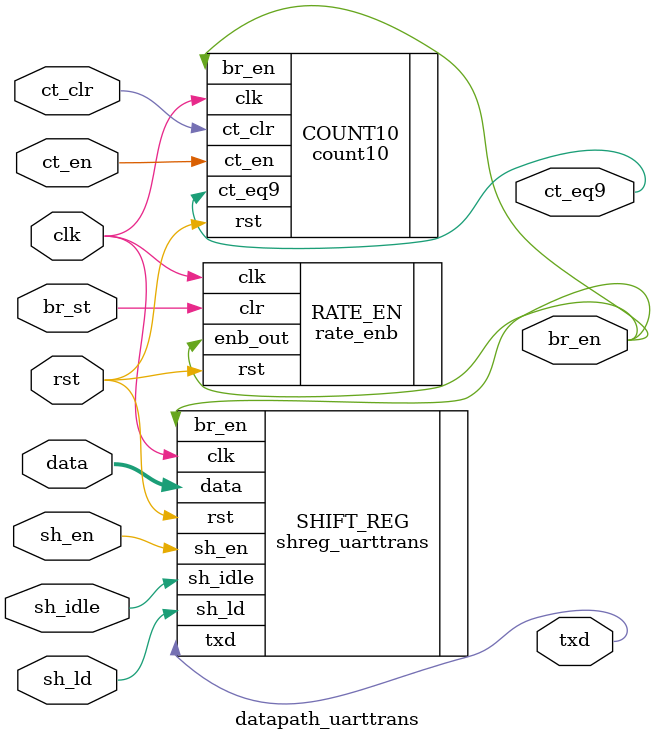
<source format=sv>
`timescale 1ns / 1ps


module datapath_uarttrans(
    input logic sh_ld, sh_idle, sh_en, br_st, ct_clr, clk, rst, ct_en,
    input logic [7:0] data,
    output logic ct_eq9,txd,br_en
    );
    parameter BAUD_RATE = 9600;



    //logic br_en ;

    // Instantiating Rate Enable With Baud Rate of 9600
    rate_enb #(.RATE_HZ(BAUD_RATE)) RATE_EN(.clk(clk), .rst(rst), .clr(br_st), .enb_out(br_en));

    //Institating Shift Regsiter Used for Outputting TXP after every shift
    shreg_uarttrans SHIFT_REG(.clk(clk), .sh_ld(sh_ld),.sh_idle(sh_idle), .sh_en(sh_en), .rst(rst), .br_en(br_en), .data(data), .txd(txd));

    // Instantiating counter module used for counting the number of shifts
    count10 COUNT10(.ct_clr(ct_clr),.clk(clk), .rst(rst),.ct_en(ct_en), .br_en(br_en),.ct_eq9(ct_eq9));

endmodule

</source>
